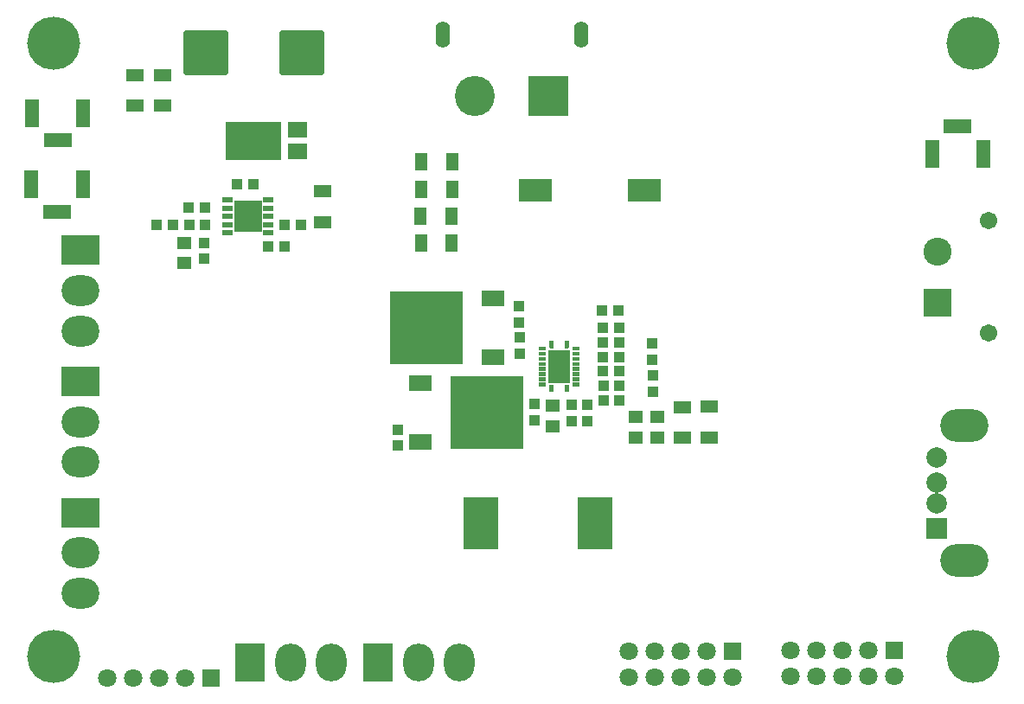
<source format=gbr>
%TF.GenerationSoftware,Altium Limited,Altium Designer,22.5.1 (42)*%
G04 Layer_Color=16711935*
%FSLAX44Y44*%
%MOMM*%
%TF.SameCoordinates,B102F14A-A54C-4FC6-BF91-0F17097562DF*%
%TF.FilePolarity,Negative*%
%TF.FileFunction,Soldermask,Bot*%
%TF.Part,Single*%
G01*
G75*
%TA.AperFunction,SMDPad,CuDef*%
%ADD73R,1.0032X1.0032*%
%ADD74R,1.1020X0.5020*%
%ADD75R,2.7020X3.1020*%
%ADD76R,1.0532X1.0532*%
%ADD77R,1.4532X1.2032*%
%ADD78R,1.0532X1.0532*%
%ADD79R,1.8032X1.2032*%
%ADD80R,5.4700X3.7200*%
%ADD81R,1.9520X1.6020*%
%ADD82R,3.2032X2.2032*%
%ADD83R,1.2032X1.8032*%
%ADD84R,1.0032X1.0032*%
%ADD85R,2.2032X1.6032*%
%ADD86R,7.2032X7.2032*%
%ADD87R,3.4532X5.2032*%
G04:AMPARAMS|DCode=88|XSize=4.4032mm|YSize=4.4032mm|CornerRadius=0.3116mm|HoleSize=0mm|Usage=FLASHONLY|Rotation=180.000|XOffset=0mm|YOffset=0mm|HoleType=Round|Shape=RoundedRectangle|*
%AMROUNDEDRECTD88*
21,1,4.4032,3.7800,0,0,180.0*
21,1,3.7800,4.4032,0,0,180.0*
1,1,0.6232,-1.8900,1.8900*
1,1,0.6232,1.8900,1.8900*
1,1,0.6232,1.8900,-1.8900*
1,1,0.6232,-1.8900,-1.8900*
%
%ADD88ROUNDEDRECTD88*%
%TA.AperFunction,ComponentPad*%
%ADD89R,2.7532X2.7532*%
%ADD90C,2.7532*%
%ADD91C,1.7112*%
%ADD92O,3.7032X3.0032*%
%ADD93R,3.7032X3.0032*%
%ADD94R,2.7032X1.4032*%
%ADD95R,1.4032X2.7032*%
%ADD96C,1.8032*%
%ADD97R,1.8032X1.8032*%
%ADD98C,2.0032*%
%ADD99R,2.0032X2.0032*%
%ADD100O,4.7032X3.2032*%
%ADD101C,3.9192*%
%ADD102R,3.9192X3.9192*%
%ADD103O,1.4032X2.6032*%
%ADD104C,5.2032*%
%ADD105O,3.0032X3.7032*%
%ADD106R,3.0032X3.7032*%
G36*
X53730Y8690D02*
X53750D01*
X53780Y8680D01*
X53800D01*
X53830Y8670D01*
X53850Y8660D01*
X53880Y8650D01*
X53900Y8630D01*
X53920Y8620D01*
X53940Y8600D01*
X53960Y8590D01*
X53980Y8570D01*
X54000Y8550D01*
X54020Y8530D01*
X54040Y8510D01*
X54050Y8490D01*
X54070Y8470D01*
X54080Y8450D01*
X54100Y8430D01*
X54110Y8400D01*
X54120Y8380D01*
X54130Y8350D01*
Y8330D01*
X54140Y8300D01*
Y8280D01*
X54150Y8250D01*
Y8230D01*
Y8200D01*
Y1800D01*
Y1770D01*
Y1750D01*
X54140Y1720D01*
Y1700D01*
X54130Y1670D01*
Y1650D01*
X54120Y1620D01*
X54110Y1600D01*
X54100Y1570D01*
X54080Y1550D01*
X54070Y1530D01*
X54050Y1510D01*
X54040Y1490D01*
X54020Y1470D01*
X54000Y1450D01*
X53980Y1430D01*
X53960Y1410D01*
X53940Y1400D01*
X53920Y1380D01*
X53900Y1370D01*
X53880Y1350D01*
X53850Y1340D01*
X53830Y1330D01*
X53800Y1320D01*
X53780D01*
X53750Y1310D01*
X53730D01*
X53700Y1300D01*
X50800D01*
X50770Y1310D01*
X50750D01*
X50720Y1320D01*
X50700D01*
X50670Y1330D01*
X50650Y1340D01*
X50620Y1350D01*
X50600Y1370D01*
X50580Y1380D01*
X50560Y1400D01*
X50540Y1410D01*
X50520Y1430D01*
X50500Y1450D01*
X50480Y1470D01*
X50460Y1490D01*
X50450Y1510D01*
X50430Y1530D01*
X50420Y1550D01*
X50400Y1570D01*
X50390Y1600D01*
X50380Y1620D01*
X50370Y1650D01*
Y1670D01*
X50360Y1700D01*
Y1720D01*
X50350Y1750D01*
Y1770D01*
Y1800D01*
Y8200D01*
Y8230D01*
Y8250D01*
X50360Y8280D01*
Y8300D01*
X50370Y8330D01*
Y8350D01*
X50380Y8380D01*
X50390Y8400D01*
X50400Y8430D01*
X50420Y8450D01*
X50430Y8470D01*
X50450Y8490D01*
X50460Y8510D01*
X50480Y8530D01*
X50500Y8550D01*
X50520Y8570D01*
X50540Y8590D01*
X50560Y8600D01*
X50580Y8620D01*
X50600Y8630D01*
X50620Y8650D01*
X50650Y8660D01*
X50670Y8670D01*
X50700Y8680D01*
X50720D01*
X50750Y8690D01*
X50770D01*
X50800Y8700D01*
X53700D01*
X53730Y8690D01*
D02*
G37*
G36*
X38730D02*
X38750D01*
X38780Y8680D01*
X38800D01*
X38830Y8670D01*
X38850Y8660D01*
X38880Y8650D01*
X38900Y8630D01*
X38920Y8620D01*
X38940Y8600D01*
X38960Y8590D01*
X38980Y8570D01*
X39000Y8550D01*
X39020Y8530D01*
X39040Y8510D01*
X39050Y8490D01*
X39070Y8470D01*
X39080Y8450D01*
X39100Y8430D01*
X39110Y8400D01*
X39120Y8380D01*
X39130Y8350D01*
Y8330D01*
X39140Y8300D01*
Y8280D01*
X39150Y8250D01*
Y8230D01*
Y8200D01*
Y1800D01*
Y1770D01*
Y1750D01*
X39140Y1720D01*
Y1700D01*
X39130Y1670D01*
Y1650D01*
X39120Y1620D01*
X39110Y1600D01*
X39100Y1570D01*
X39080Y1550D01*
X39070Y1530D01*
X39050Y1510D01*
X39040Y1490D01*
X39020Y1470D01*
X39000Y1450D01*
X38980Y1430D01*
X38960Y1410D01*
X38940Y1400D01*
X38920Y1380D01*
X38900Y1370D01*
X38880Y1350D01*
X38850Y1340D01*
X38830Y1330D01*
X38800Y1320D01*
X38780D01*
X38750Y1310D01*
X38730D01*
X38700Y1300D01*
X35800D01*
X35770Y1310D01*
X35750D01*
X35720Y1320D01*
X35700D01*
X35670Y1330D01*
X35650Y1340D01*
X35620Y1350D01*
X35600Y1370D01*
X35580Y1380D01*
X35560Y1400D01*
X35540Y1410D01*
X35520Y1430D01*
X35500Y1450D01*
X35480Y1470D01*
X35460Y1490D01*
X35450Y1510D01*
X35430Y1530D01*
X35420Y1550D01*
X35400Y1570D01*
X35390Y1600D01*
X35380Y1620D01*
X35370Y1650D01*
Y1670D01*
X35360Y1700D01*
Y1720D01*
X35350Y1750D01*
Y1770D01*
Y1800D01*
Y8200D01*
Y8230D01*
Y8250D01*
X35360Y8280D01*
Y8300D01*
X35370Y8330D01*
Y8350D01*
X35380Y8380D01*
X35390Y8400D01*
X35400Y8430D01*
X35420Y8450D01*
X35430Y8470D01*
X35450Y8490D01*
X35460Y8510D01*
X35480Y8530D01*
X35500Y8550D01*
X35520Y8570D01*
X35540Y8590D01*
X35560Y8600D01*
X35580Y8620D01*
X35600Y8630D01*
X35620Y8650D01*
X35650Y8660D01*
X35670Y8670D01*
X35700Y8680D01*
X35720D01*
X35750Y8690D01*
X35770D01*
X35800Y8700D01*
X38700D01*
X38730Y8690D01*
D02*
G37*
G36*
X64530Y2890D02*
X64550D01*
X64580Y2880D01*
X64600D01*
X64630Y2870D01*
X64650Y2860D01*
X64680Y2850D01*
X64700Y2830D01*
X64720Y2820D01*
X64740Y2800D01*
X64760Y2790D01*
X64780Y2770D01*
X64800Y2750D01*
X64820Y2730D01*
X64840Y2710D01*
X64850Y2690D01*
X64870Y2670D01*
X64880Y2650D01*
X64900Y2630D01*
X64910Y2600D01*
X64920Y2580D01*
X64930Y2550D01*
Y2530D01*
X64940Y2500D01*
Y2480D01*
X64950Y2450D01*
Y2430D01*
Y2400D01*
Y-400D01*
Y-430D01*
Y-450D01*
X64940Y-480D01*
Y-500D01*
X64930Y-530D01*
Y-550D01*
X64920Y-580D01*
X64910Y-600D01*
X64900Y-630D01*
X64880Y-650D01*
X64870Y-670D01*
X64850Y-690D01*
X64840Y-710D01*
X64820Y-730D01*
X64800Y-750D01*
X64780Y-770D01*
X64760Y-790D01*
X64740Y-800D01*
X64720Y-820D01*
X64700Y-830D01*
X64680Y-850D01*
X64650Y-860D01*
X64630Y-870D01*
X64600Y-880D01*
X64580D01*
X64550Y-890D01*
X64530D01*
X64500Y-900D01*
X58000D01*
X57970Y-890D01*
X57950D01*
X57920Y-880D01*
X57900D01*
X57870Y-870D01*
X57850Y-860D01*
X57820Y-850D01*
X57800Y-830D01*
X57780Y-820D01*
X57760Y-800D01*
X57740Y-790D01*
X57720Y-770D01*
X57700Y-750D01*
X57680Y-730D01*
X57660Y-710D01*
X57650Y-690D01*
X57630Y-670D01*
X57620Y-650D01*
X57600Y-630D01*
X57590Y-600D01*
X57580Y-580D01*
X57570Y-550D01*
Y-530D01*
X57560Y-500D01*
Y-480D01*
X57550Y-450D01*
Y-430D01*
Y-400D01*
Y2400D01*
Y2430D01*
Y2450D01*
X57560Y2480D01*
Y2500D01*
X57570Y2530D01*
Y2550D01*
X57580Y2580D01*
X57590Y2600D01*
X57600Y2630D01*
X57620Y2650D01*
X57630Y2670D01*
X57650Y2690D01*
X57660Y2710D01*
X57680Y2730D01*
X57700Y2750D01*
X57720Y2770D01*
X57740Y2790D01*
X57760Y2800D01*
X57780Y2820D01*
X57800Y2830D01*
X57820Y2850D01*
X57850Y2860D01*
X57870Y2870D01*
X57900Y2880D01*
X57920D01*
X57950Y2890D01*
X57970D01*
X58000Y2900D01*
X64500D01*
X64530Y2890D01*
D02*
G37*
G36*
X31530D02*
X31550D01*
X31580Y2880D01*
X31600D01*
X31630Y2870D01*
X31650Y2860D01*
X31680Y2850D01*
X31700Y2830D01*
X31720Y2820D01*
X31740Y2800D01*
X31760Y2790D01*
X31780Y2770D01*
X31800Y2750D01*
X31820Y2730D01*
X31840Y2710D01*
X31850Y2690D01*
X31870Y2670D01*
X31880Y2650D01*
X31900Y2630D01*
X31910Y2600D01*
X31920Y2580D01*
X31930Y2550D01*
Y2530D01*
X31940Y2500D01*
Y2480D01*
X31950Y2450D01*
Y2430D01*
Y2400D01*
Y-400D01*
Y-430D01*
Y-450D01*
X31940Y-480D01*
Y-500D01*
X31930Y-530D01*
Y-550D01*
X31920Y-580D01*
X31910Y-600D01*
X31900Y-630D01*
X31880Y-650D01*
X31870Y-670D01*
X31850Y-690D01*
X31840Y-710D01*
X31820Y-730D01*
X31800Y-750D01*
X31780Y-770D01*
X31760Y-790D01*
X31740Y-800D01*
X31720Y-820D01*
X31700Y-830D01*
X31680Y-850D01*
X31650Y-860D01*
X31630Y-870D01*
X31600Y-880D01*
X31580D01*
X31550Y-890D01*
X31530D01*
X31500Y-900D01*
X25000D01*
X24970Y-890D01*
X24950D01*
X24920Y-880D01*
X24900D01*
X24870Y-870D01*
X24850Y-860D01*
X24820Y-850D01*
X24800Y-830D01*
X24780Y-820D01*
X24760Y-800D01*
X24740Y-790D01*
X24720Y-770D01*
X24700Y-750D01*
X24680Y-730D01*
X24660Y-710D01*
X24650Y-690D01*
X24630Y-670D01*
X24620Y-650D01*
X24600Y-630D01*
X24590Y-600D01*
X24580Y-580D01*
X24570Y-550D01*
Y-530D01*
X24560Y-500D01*
Y-480D01*
X24550Y-450D01*
Y-430D01*
Y-400D01*
Y2400D01*
Y2430D01*
Y2450D01*
X24560Y2480D01*
Y2500D01*
X24570Y2530D01*
Y2550D01*
X24580Y2580D01*
X24590Y2600D01*
X24600Y2630D01*
X24620Y2650D01*
X24630Y2670D01*
X24650Y2690D01*
X24660Y2710D01*
X24680Y2730D01*
X24700Y2750D01*
X24720Y2770D01*
X24740Y2790D01*
X24760Y2800D01*
X24780Y2820D01*
X24800Y2830D01*
X24820Y2850D01*
X24850Y2860D01*
X24870Y2870D01*
X24900Y2880D01*
X24920D01*
X24950Y2890D01*
X24970D01*
X25000Y2900D01*
X31500D01*
X31530Y2890D01*
D02*
G37*
G36*
X64530Y-2110D02*
X64550D01*
X64580Y-2120D01*
X64600D01*
X64630Y-2130D01*
X64650Y-2140D01*
X64680Y-2150D01*
X64700Y-2170D01*
X64720Y-2180D01*
X64740Y-2200D01*
X64760Y-2210D01*
X64780Y-2230D01*
X64800Y-2250D01*
X64820Y-2270D01*
X64840Y-2290D01*
X64850Y-2310D01*
X64870Y-2330D01*
X64880Y-2350D01*
X64900Y-2370D01*
X64910Y-2400D01*
X64920Y-2420D01*
X64930Y-2450D01*
Y-2470D01*
X64940Y-2500D01*
Y-2520D01*
X64950Y-2550D01*
Y-2570D01*
Y-2600D01*
Y-5400D01*
Y-5430D01*
Y-5450D01*
X64940Y-5480D01*
Y-5500D01*
X64930Y-5530D01*
Y-5550D01*
X64920Y-5580D01*
X64910Y-5600D01*
X64900Y-5630D01*
X64880Y-5650D01*
X64870Y-5670D01*
X64850Y-5690D01*
X64840Y-5710D01*
X64820Y-5730D01*
X64800Y-5750D01*
X64780Y-5770D01*
X64760Y-5790D01*
X64740Y-5800D01*
X64720Y-5820D01*
X64700Y-5830D01*
X64680Y-5850D01*
X64650Y-5860D01*
X64630Y-5870D01*
X64600Y-5880D01*
X64580D01*
X64550Y-5890D01*
X64530D01*
X64500Y-5900D01*
X58000D01*
X57970Y-5890D01*
X57950D01*
X57920Y-5880D01*
X57900D01*
X57870Y-5870D01*
X57850Y-5860D01*
X57820Y-5850D01*
X57800Y-5830D01*
X57780Y-5820D01*
X57760Y-5800D01*
X57740Y-5790D01*
X57720Y-5770D01*
X57700Y-5750D01*
X57680Y-5730D01*
X57660Y-5710D01*
X57650Y-5690D01*
X57630Y-5670D01*
X57620Y-5650D01*
X57600Y-5630D01*
X57590Y-5600D01*
X57580Y-5580D01*
X57570Y-5550D01*
Y-5530D01*
X57560Y-5500D01*
Y-5480D01*
X57550Y-5450D01*
Y-5430D01*
Y-5400D01*
Y-2600D01*
Y-2570D01*
Y-2550D01*
X57560Y-2520D01*
Y-2500D01*
X57570Y-2470D01*
Y-2450D01*
X57580Y-2420D01*
X57590Y-2400D01*
X57600Y-2370D01*
X57620Y-2350D01*
X57630Y-2330D01*
X57650Y-2310D01*
X57660Y-2290D01*
X57680Y-2270D01*
X57700Y-2250D01*
X57720Y-2230D01*
X57740Y-2210D01*
X57760Y-2200D01*
X57780Y-2180D01*
X57800Y-2170D01*
X57820Y-2150D01*
X57850Y-2140D01*
X57870Y-2130D01*
X57900Y-2120D01*
X57920D01*
X57950Y-2110D01*
X57970D01*
X58000Y-2100D01*
X64500D01*
X64530Y-2110D01*
D02*
G37*
G36*
X31530D02*
X31550D01*
X31580Y-2120D01*
X31600D01*
X31630Y-2130D01*
X31650Y-2140D01*
X31680Y-2150D01*
X31700Y-2170D01*
X31720Y-2180D01*
X31740Y-2200D01*
X31760Y-2210D01*
X31780Y-2230D01*
X31800Y-2250D01*
X31820Y-2270D01*
X31840Y-2290D01*
X31850Y-2310D01*
X31870Y-2330D01*
X31880Y-2350D01*
X31900Y-2370D01*
X31910Y-2400D01*
X31920Y-2420D01*
X31930Y-2450D01*
Y-2470D01*
X31940Y-2500D01*
Y-2520D01*
X31950Y-2550D01*
Y-2570D01*
Y-2600D01*
Y-5400D01*
Y-5430D01*
Y-5450D01*
X31940Y-5480D01*
Y-5500D01*
X31930Y-5530D01*
Y-5550D01*
X31920Y-5580D01*
X31910Y-5600D01*
X31900Y-5630D01*
X31880Y-5650D01*
X31870Y-5670D01*
X31850Y-5690D01*
X31840Y-5710D01*
X31820Y-5730D01*
X31800Y-5750D01*
X31780Y-5770D01*
X31760Y-5790D01*
X31740Y-5800D01*
X31720Y-5820D01*
X31700Y-5830D01*
X31680Y-5850D01*
X31650Y-5860D01*
X31630Y-5870D01*
X31600Y-5880D01*
X31580D01*
X31550Y-5890D01*
X31530D01*
X31500Y-5900D01*
X25000D01*
X24970Y-5890D01*
X24950D01*
X24920Y-5880D01*
X24900D01*
X24870Y-5870D01*
X24850Y-5860D01*
X24820Y-5850D01*
X24800Y-5830D01*
X24780Y-5820D01*
X24760Y-5800D01*
X24740Y-5790D01*
X24720Y-5770D01*
X24700Y-5750D01*
X24680Y-5730D01*
X24660Y-5710D01*
X24650Y-5690D01*
X24630Y-5670D01*
X24620Y-5650D01*
X24600Y-5630D01*
X24590Y-5600D01*
X24580Y-5580D01*
X24570Y-5550D01*
Y-5530D01*
X24560Y-5500D01*
Y-5480D01*
X24550Y-5450D01*
Y-5430D01*
Y-5400D01*
Y-2600D01*
Y-2570D01*
Y-2550D01*
X24560Y-2520D01*
Y-2500D01*
X24570Y-2470D01*
Y-2450D01*
X24580Y-2420D01*
X24590Y-2400D01*
X24600Y-2370D01*
X24620Y-2350D01*
X24630Y-2330D01*
X24650Y-2310D01*
X24660Y-2290D01*
X24680Y-2270D01*
X24700Y-2250D01*
X24720Y-2230D01*
X24740Y-2210D01*
X24760Y-2200D01*
X24780Y-2180D01*
X24800Y-2170D01*
X24820Y-2150D01*
X24850Y-2140D01*
X24870Y-2130D01*
X24900Y-2120D01*
X24920D01*
X24950Y-2110D01*
X24970D01*
X25000Y-2100D01*
X31500D01*
X31530Y-2110D01*
D02*
G37*
G36*
X64530Y-7110D02*
X64550D01*
X64580Y-7120D01*
X64600D01*
X64630Y-7130D01*
X64650Y-7140D01*
X64680Y-7150D01*
X64700Y-7170D01*
X64720Y-7180D01*
X64740Y-7200D01*
X64760Y-7210D01*
X64780Y-7230D01*
X64800Y-7250D01*
X64820Y-7270D01*
X64840Y-7290D01*
X64850Y-7310D01*
X64870Y-7330D01*
X64880Y-7350D01*
X64900Y-7370D01*
X64910Y-7400D01*
X64920Y-7420D01*
X64930Y-7450D01*
Y-7470D01*
X64940Y-7500D01*
Y-7520D01*
X64950Y-7550D01*
Y-7570D01*
Y-7600D01*
Y-10400D01*
Y-10430D01*
Y-10450D01*
X64940Y-10480D01*
Y-10500D01*
X64930Y-10530D01*
Y-10550D01*
X64920Y-10580D01*
X64910Y-10600D01*
X64900Y-10630D01*
X64880Y-10650D01*
X64870Y-10670D01*
X64850Y-10690D01*
X64840Y-10710D01*
X64820Y-10730D01*
X64800Y-10750D01*
X64780Y-10770D01*
X64760Y-10790D01*
X64740Y-10800D01*
X64720Y-10820D01*
X64700Y-10830D01*
X64680Y-10850D01*
X64650Y-10860D01*
X64630Y-10870D01*
X64600Y-10880D01*
X64580D01*
X64550Y-10890D01*
X64530D01*
X64500Y-10900D01*
X58000D01*
X57970Y-10890D01*
X57950D01*
X57920Y-10880D01*
X57900D01*
X57870Y-10870D01*
X57850Y-10860D01*
X57820Y-10850D01*
X57800Y-10830D01*
X57780Y-10820D01*
X57760Y-10800D01*
X57740Y-10790D01*
X57720Y-10770D01*
X57700Y-10750D01*
X57680Y-10730D01*
X57660Y-10710D01*
X57650Y-10690D01*
X57630Y-10670D01*
X57620Y-10650D01*
X57600Y-10630D01*
X57590Y-10600D01*
X57580Y-10580D01*
X57570Y-10550D01*
Y-10530D01*
X57560Y-10500D01*
Y-10480D01*
X57550Y-10450D01*
Y-10430D01*
Y-10400D01*
Y-7600D01*
Y-7570D01*
Y-7550D01*
X57560Y-7520D01*
Y-7500D01*
X57570Y-7470D01*
Y-7450D01*
X57580Y-7420D01*
X57590Y-7400D01*
X57600Y-7370D01*
X57620Y-7350D01*
X57630Y-7330D01*
X57650Y-7310D01*
X57660Y-7290D01*
X57680Y-7270D01*
X57700Y-7250D01*
X57720Y-7230D01*
X57740Y-7210D01*
X57760Y-7200D01*
X57780Y-7180D01*
X57800Y-7170D01*
X57820Y-7150D01*
X57850Y-7140D01*
X57870Y-7130D01*
X57900Y-7120D01*
X57920D01*
X57950Y-7110D01*
X57970D01*
X58000Y-7100D01*
X64500D01*
X64530Y-7110D01*
D02*
G37*
G36*
X31530D02*
X31550D01*
X31580Y-7120D01*
X31600D01*
X31630Y-7130D01*
X31650Y-7140D01*
X31680Y-7150D01*
X31700Y-7170D01*
X31720Y-7180D01*
X31740Y-7200D01*
X31760Y-7210D01*
X31780Y-7230D01*
X31800Y-7250D01*
X31820Y-7270D01*
X31840Y-7290D01*
X31850Y-7310D01*
X31870Y-7330D01*
X31880Y-7350D01*
X31900Y-7370D01*
X31910Y-7400D01*
X31920Y-7420D01*
X31930Y-7450D01*
Y-7470D01*
X31940Y-7500D01*
Y-7520D01*
X31950Y-7550D01*
Y-7570D01*
Y-7600D01*
Y-10400D01*
Y-10430D01*
Y-10450D01*
X31940Y-10480D01*
Y-10500D01*
X31930Y-10530D01*
Y-10550D01*
X31920Y-10580D01*
X31910Y-10600D01*
X31900Y-10630D01*
X31880Y-10650D01*
X31870Y-10670D01*
X31850Y-10690D01*
X31840Y-10710D01*
X31820Y-10730D01*
X31800Y-10750D01*
X31780Y-10770D01*
X31760Y-10790D01*
X31740Y-10800D01*
X31720Y-10820D01*
X31700Y-10830D01*
X31680Y-10850D01*
X31650Y-10860D01*
X31630Y-10870D01*
X31600Y-10880D01*
X31580D01*
X31550Y-10890D01*
X31530D01*
X31500Y-10900D01*
X25000D01*
X24970Y-10890D01*
X24950D01*
X24920Y-10880D01*
X24900D01*
X24870Y-10870D01*
X24850Y-10860D01*
X24820Y-10850D01*
X24800Y-10830D01*
X24780Y-10820D01*
X24760Y-10800D01*
X24740Y-10790D01*
X24720Y-10770D01*
X24700Y-10750D01*
X24680Y-10730D01*
X24660Y-10710D01*
X24650Y-10690D01*
X24630Y-10670D01*
X24620Y-10650D01*
X24600Y-10630D01*
X24590Y-10600D01*
X24580Y-10580D01*
X24570Y-10550D01*
Y-10530D01*
X24560Y-10500D01*
Y-10480D01*
X24550Y-10450D01*
Y-10430D01*
Y-10400D01*
Y-7600D01*
Y-7570D01*
Y-7550D01*
X24560Y-7520D01*
Y-7500D01*
X24570Y-7470D01*
Y-7450D01*
X24580Y-7420D01*
X24590Y-7400D01*
X24600Y-7370D01*
X24620Y-7350D01*
X24630Y-7330D01*
X24650Y-7310D01*
X24660Y-7290D01*
X24680Y-7270D01*
X24700Y-7250D01*
X24720Y-7230D01*
X24740Y-7210D01*
X24760Y-7200D01*
X24780Y-7180D01*
X24800Y-7170D01*
X24820Y-7150D01*
X24850Y-7140D01*
X24870Y-7130D01*
X24900Y-7120D01*
X24920D01*
X24950Y-7110D01*
X24970D01*
X25000Y-7100D01*
X31500D01*
X31530Y-7110D01*
D02*
G37*
G36*
X64530Y-12110D02*
X64550D01*
X64580Y-12120D01*
X64600D01*
X64630Y-12130D01*
X64650Y-12140D01*
X64680Y-12150D01*
X64700Y-12170D01*
X64720Y-12180D01*
X64740Y-12200D01*
X64760Y-12210D01*
X64780Y-12230D01*
X64800Y-12250D01*
X64820Y-12270D01*
X64840Y-12290D01*
X64850Y-12310D01*
X64870Y-12330D01*
X64880Y-12350D01*
X64900Y-12370D01*
X64910Y-12400D01*
X64920Y-12420D01*
X64930Y-12450D01*
Y-12470D01*
X64940Y-12500D01*
Y-12520D01*
X64950Y-12550D01*
Y-12570D01*
Y-12600D01*
Y-15400D01*
Y-15430D01*
Y-15450D01*
X64940Y-15480D01*
Y-15500D01*
X64930Y-15530D01*
Y-15550D01*
X64920Y-15580D01*
X64910Y-15600D01*
X64900Y-15630D01*
X64880Y-15650D01*
X64870Y-15670D01*
X64850Y-15690D01*
X64840Y-15710D01*
X64820Y-15730D01*
X64800Y-15750D01*
X64780Y-15770D01*
X64760Y-15790D01*
X64740Y-15800D01*
X64720Y-15820D01*
X64700Y-15830D01*
X64680Y-15850D01*
X64650Y-15860D01*
X64630Y-15870D01*
X64600Y-15880D01*
X64580D01*
X64550Y-15890D01*
X64530D01*
X64500Y-15900D01*
X58000D01*
X57970Y-15890D01*
X57950D01*
X57920Y-15880D01*
X57900D01*
X57870Y-15870D01*
X57850Y-15860D01*
X57820Y-15850D01*
X57800Y-15830D01*
X57780Y-15820D01*
X57760Y-15800D01*
X57740Y-15790D01*
X57720Y-15770D01*
X57700Y-15750D01*
X57680Y-15730D01*
X57660Y-15710D01*
X57650Y-15690D01*
X57630Y-15670D01*
X57620Y-15650D01*
X57600Y-15630D01*
X57590Y-15600D01*
X57580Y-15580D01*
X57570Y-15550D01*
Y-15530D01*
X57560Y-15500D01*
Y-15480D01*
X57550Y-15450D01*
Y-15430D01*
Y-15400D01*
Y-12600D01*
Y-12570D01*
Y-12550D01*
X57560Y-12520D01*
Y-12500D01*
X57570Y-12470D01*
Y-12450D01*
X57580Y-12420D01*
X57590Y-12400D01*
X57600Y-12370D01*
X57620Y-12350D01*
X57630Y-12330D01*
X57650Y-12310D01*
X57660Y-12290D01*
X57680Y-12270D01*
X57700Y-12250D01*
X57720Y-12230D01*
X57740Y-12210D01*
X57760Y-12200D01*
X57780Y-12180D01*
X57800Y-12170D01*
X57820Y-12150D01*
X57850Y-12140D01*
X57870Y-12130D01*
X57900Y-12120D01*
X57920D01*
X57950Y-12110D01*
X57970D01*
X58000Y-12100D01*
X64500D01*
X64530Y-12110D01*
D02*
G37*
G36*
X31530D02*
X31550D01*
X31580Y-12120D01*
X31600D01*
X31630Y-12130D01*
X31650Y-12140D01*
X31680Y-12150D01*
X31700Y-12170D01*
X31720Y-12180D01*
X31740Y-12200D01*
X31760Y-12210D01*
X31780Y-12230D01*
X31800Y-12250D01*
X31820Y-12270D01*
X31840Y-12290D01*
X31850Y-12310D01*
X31870Y-12330D01*
X31880Y-12350D01*
X31900Y-12370D01*
X31910Y-12400D01*
X31920Y-12420D01*
X31930Y-12450D01*
Y-12470D01*
X31940Y-12500D01*
Y-12520D01*
X31950Y-12550D01*
Y-12570D01*
Y-12600D01*
Y-15400D01*
Y-15430D01*
Y-15450D01*
X31940Y-15480D01*
Y-15500D01*
X31930Y-15530D01*
Y-15550D01*
X31920Y-15580D01*
X31910Y-15600D01*
X31900Y-15630D01*
X31880Y-15650D01*
X31870Y-15670D01*
X31850Y-15690D01*
X31840Y-15710D01*
X31820Y-15730D01*
X31800Y-15750D01*
X31780Y-15770D01*
X31760Y-15790D01*
X31740Y-15800D01*
X31720Y-15820D01*
X31700Y-15830D01*
X31680Y-15850D01*
X31650Y-15860D01*
X31630Y-15870D01*
X31600Y-15880D01*
X31580D01*
X31550Y-15890D01*
X31530D01*
X31500Y-15900D01*
X25000D01*
X24970Y-15890D01*
X24950D01*
X24920Y-15880D01*
X24900D01*
X24870Y-15870D01*
X24850Y-15860D01*
X24820Y-15850D01*
X24800Y-15830D01*
X24780Y-15820D01*
X24760Y-15800D01*
X24740Y-15790D01*
X24720Y-15770D01*
X24700Y-15750D01*
X24680Y-15730D01*
X24660Y-15710D01*
X24650Y-15690D01*
X24630Y-15670D01*
X24620Y-15650D01*
X24600Y-15630D01*
X24590Y-15600D01*
X24580Y-15580D01*
X24570Y-15550D01*
Y-15530D01*
X24560Y-15500D01*
Y-15480D01*
X24550Y-15450D01*
Y-15430D01*
Y-15400D01*
Y-12600D01*
Y-12570D01*
Y-12550D01*
X24560Y-12520D01*
Y-12500D01*
X24570Y-12470D01*
Y-12450D01*
X24580Y-12420D01*
X24590Y-12400D01*
X24600Y-12370D01*
X24620Y-12350D01*
X24630Y-12330D01*
X24650Y-12310D01*
X24660Y-12290D01*
X24680Y-12270D01*
X24700Y-12250D01*
X24720Y-12230D01*
X24740Y-12210D01*
X24760Y-12200D01*
X24780Y-12180D01*
X24800Y-12170D01*
X24820Y-12150D01*
X24850Y-12140D01*
X24870Y-12130D01*
X24900Y-12120D01*
X24920D01*
X24950Y-12110D01*
X24970D01*
X25000Y-12100D01*
X31500D01*
X31530Y-12110D01*
D02*
G37*
G36*
X64530Y-17110D02*
X64550D01*
X64580Y-17120D01*
X64600D01*
X64630Y-17130D01*
X64650Y-17140D01*
X64680Y-17150D01*
X64700Y-17170D01*
X64720Y-17180D01*
X64740Y-17200D01*
X64760Y-17210D01*
X64780Y-17230D01*
X64800Y-17250D01*
X64820Y-17270D01*
X64840Y-17290D01*
X64850Y-17310D01*
X64870Y-17330D01*
X64880Y-17350D01*
X64900Y-17370D01*
X64910Y-17400D01*
X64920Y-17420D01*
X64930Y-17450D01*
Y-17470D01*
X64940Y-17500D01*
Y-17520D01*
X64950Y-17550D01*
Y-17570D01*
Y-17600D01*
Y-20400D01*
Y-20430D01*
Y-20450D01*
X64940Y-20480D01*
Y-20500D01*
X64930Y-20530D01*
Y-20550D01*
X64920Y-20580D01*
X64910Y-20600D01*
X64900Y-20630D01*
X64880Y-20650D01*
X64870Y-20670D01*
X64850Y-20690D01*
X64840Y-20710D01*
X64820Y-20730D01*
X64800Y-20750D01*
X64780Y-20770D01*
X64760Y-20790D01*
X64740Y-20800D01*
X64720Y-20820D01*
X64700Y-20830D01*
X64680Y-20850D01*
X64650Y-20860D01*
X64630Y-20870D01*
X64600Y-20880D01*
X64580D01*
X64550Y-20890D01*
X64530D01*
X64500Y-20900D01*
X58000D01*
X57970Y-20890D01*
X57950D01*
X57920Y-20880D01*
X57900D01*
X57870Y-20870D01*
X57850Y-20860D01*
X57820Y-20850D01*
X57800Y-20830D01*
X57780Y-20820D01*
X57760Y-20800D01*
X57740Y-20790D01*
X57720Y-20770D01*
X57700Y-20750D01*
X57680Y-20730D01*
X57660Y-20710D01*
X57650Y-20690D01*
X57630Y-20670D01*
X57620Y-20650D01*
X57600Y-20630D01*
X57590Y-20600D01*
X57580Y-20580D01*
X57570Y-20550D01*
Y-20530D01*
X57560Y-20500D01*
Y-20480D01*
X57550Y-20450D01*
Y-20430D01*
Y-20400D01*
Y-17600D01*
Y-17570D01*
Y-17550D01*
X57560Y-17520D01*
Y-17500D01*
X57570Y-17470D01*
Y-17450D01*
X57580Y-17420D01*
X57590Y-17400D01*
X57600Y-17370D01*
X57620Y-17350D01*
X57630Y-17330D01*
X57650Y-17310D01*
X57660Y-17290D01*
X57680Y-17270D01*
X57700Y-17250D01*
X57720Y-17230D01*
X57740Y-17210D01*
X57760Y-17200D01*
X57780Y-17180D01*
X57800Y-17170D01*
X57820Y-17150D01*
X57850Y-17140D01*
X57870Y-17130D01*
X57900Y-17120D01*
X57920D01*
X57950Y-17110D01*
X57970D01*
X58000Y-17100D01*
X64500D01*
X64530Y-17110D01*
D02*
G37*
G36*
X31530D02*
X31550D01*
X31580Y-17120D01*
X31600D01*
X31630Y-17130D01*
X31650Y-17140D01*
X31680Y-17150D01*
X31700Y-17170D01*
X31720Y-17180D01*
X31740Y-17200D01*
X31760Y-17210D01*
X31780Y-17230D01*
X31800Y-17250D01*
X31820Y-17270D01*
X31840Y-17290D01*
X31850Y-17310D01*
X31870Y-17330D01*
X31880Y-17350D01*
X31900Y-17370D01*
X31910Y-17400D01*
X31920Y-17420D01*
X31930Y-17450D01*
Y-17470D01*
X31940Y-17500D01*
Y-17520D01*
X31950Y-17550D01*
Y-17570D01*
Y-17600D01*
Y-20400D01*
Y-20430D01*
Y-20450D01*
X31940Y-20480D01*
Y-20500D01*
X31930Y-20530D01*
Y-20550D01*
X31920Y-20580D01*
X31910Y-20600D01*
X31900Y-20630D01*
X31880Y-20650D01*
X31870Y-20670D01*
X31850Y-20690D01*
X31840Y-20710D01*
X31820Y-20730D01*
X31800Y-20750D01*
X31780Y-20770D01*
X31760Y-20790D01*
X31740Y-20800D01*
X31720Y-20820D01*
X31700Y-20830D01*
X31680Y-20850D01*
X31650Y-20860D01*
X31630Y-20870D01*
X31600Y-20880D01*
X31580D01*
X31550Y-20890D01*
X31530D01*
X31500Y-20900D01*
X25000D01*
X24970Y-20890D01*
X24950D01*
X24920Y-20880D01*
X24900D01*
X24870Y-20870D01*
X24850Y-20860D01*
X24820Y-20850D01*
X24800Y-20830D01*
X24780Y-20820D01*
X24760Y-20800D01*
X24740Y-20790D01*
X24720Y-20770D01*
X24700Y-20750D01*
X24680Y-20730D01*
X24660Y-20710D01*
X24650Y-20690D01*
X24630Y-20670D01*
X24620Y-20650D01*
X24600Y-20630D01*
X24590Y-20600D01*
X24580Y-20580D01*
X24570Y-20550D01*
Y-20530D01*
X24560Y-20500D01*
Y-20480D01*
X24550Y-20450D01*
Y-20430D01*
Y-20400D01*
Y-17600D01*
Y-17570D01*
Y-17550D01*
X24560Y-17520D01*
Y-17500D01*
X24570Y-17470D01*
Y-17450D01*
X24580Y-17420D01*
X24590Y-17400D01*
X24600Y-17370D01*
X24620Y-17350D01*
X24630Y-17330D01*
X24650Y-17310D01*
X24660Y-17290D01*
X24680Y-17270D01*
X24700Y-17250D01*
X24720Y-17230D01*
X24740Y-17210D01*
X24760Y-17200D01*
X24780Y-17180D01*
X24800Y-17170D01*
X24820Y-17150D01*
X24850Y-17140D01*
X24870Y-17130D01*
X24900Y-17120D01*
X24920D01*
X24950Y-17110D01*
X24970D01*
X25000Y-17100D01*
X31500D01*
X31530Y-17110D01*
D02*
G37*
G36*
X64530Y-22110D02*
X64550D01*
X64580Y-22120D01*
X64600D01*
X64630Y-22130D01*
X64650Y-22140D01*
X64680Y-22150D01*
X64700Y-22170D01*
X64720Y-22180D01*
X64740Y-22200D01*
X64760Y-22210D01*
X64780Y-22230D01*
X64800Y-22250D01*
X64820Y-22270D01*
X64840Y-22290D01*
X64850Y-22310D01*
X64870Y-22330D01*
X64880Y-22350D01*
X64900Y-22370D01*
X64910Y-22400D01*
X64920Y-22420D01*
X64930Y-22450D01*
Y-22470D01*
X64940Y-22500D01*
Y-22520D01*
X64950Y-22550D01*
Y-22570D01*
Y-22600D01*
Y-25400D01*
Y-25430D01*
Y-25450D01*
X64940Y-25480D01*
Y-25500D01*
X64930Y-25530D01*
Y-25550D01*
X64920Y-25580D01*
X64910Y-25600D01*
X64900Y-25630D01*
X64880Y-25650D01*
X64870Y-25670D01*
X64850Y-25690D01*
X64840Y-25710D01*
X64820Y-25730D01*
X64800Y-25750D01*
X64780Y-25770D01*
X64760Y-25790D01*
X64740Y-25800D01*
X64720Y-25820D01*
X64700Y-25830D01*
X64680Y-25850D01*
X64650Y-25860D01*
X64630Y-25870D01*
X64600Y-25880D01*
X64580D01*
X64550Y-25890D01*
X64530D01*
X64500Y-25900D01*
X58000D01*
X57970Y-25890D01*
X57950D01*
X57920Y-25880D01*
X57900D01*
X57870Y-25870D01*
X57850Y-25860D01*
X57820Y-25850D01*
X57800Y-25830D01*
X57780Y-25820D01*
X57760Y-25800D01*
X57740Y-25790D01*
X57720Y-25770D01*
X57700Y-25750D01*
X57680Y-25730D01*
X57660Y-25710D01*
X57650Y-25690D01*
X57630Y-25670D01*
X57620Y-25650D01*
X57600Y-25630D01*
X57590Y-25600D01*
X57580Y-25580D01*
X57570Y-25550D01*
Y-25530D01*
X57560Y-25500D01*
Y-25480D01*
X57550Y-25450D01*
Y-25430D01*
Y-25400D01*
Y-22600D01*
Y-22570D01*
Y-22550D01*
X57560Y-22520D01*
Y-22500D01*
X57570Y-22470D01*
Y-22450D01*
X57580Y-22420D01*
X57590Y-22400D01*
X57600Y-22370D01*
X57620Y-22350D01*
X57630Y-22330D01*
X57650Y-22310D01*
X57660Y-22290D01*
X57680Y-22270D01*
X57700Y-22250D01*
X57720Y-22230D01*
X57740Y-22210D01*
X57760Y-22200D01*
X57780Y-22180D01*
X57800Y-22170D01*
X57820Y-22150D01*
X57850Y-22140D01*
X57870Y-22130D01*
X57900Y-22120D01*
X57920D01*
X57950Y-22110D01*
X57970D01*
X58000Y-22100D01*
X64500D01*
X64530Y-22110D01*
D02*
G37*
G36*
X31530D02*
X31550D01*
X31580Y-22120D01*
X31600D01*
X31630Y-22130D01*
X31650Y-22140D01*
X31680Y-22150D01*
X31700Y-22170D01*
X31720Y-22180D01*
X31740Y-22200D01*
X31760Y-22210D01*
X31780Y-22230D01*
X31800Y-22250D01*
X31820Y-22270D01*
X31840Y-22290D01*
X31850Y-22310D01*
X31870Y-22330D01*
X31880Y-22350D01*
X31900Y-22370D01*
X31910Y-22400D01*
X31920Y-22420D01*
X31930Y-22450D01*
Y-22470D01*
X31940Y-22500D01*
Y-22520D01*
X31950Y-22550D01*
Y-22570D01*
Y-22600D01*
Y-25400D01*
Y-25430D01*
Y-25450D01*
X31940Y-25480D01*
Y-25500D01*
X31930Y-25530D01*
Y-25550D01*
X31920Y-25580D01*
X31910Y-25600D01*
X31900Y-25630D01*
X31880Y-25650D01*
X31870Y-25670D01*
X31850Y-25690D01*
X31840Y-25710D01*
X31820Y-25730D01*
X31800Y-25750D01*
X31780Y-25770D01*
X31760Y-25790D01*
X31740Y-25800D01*
X31720Y-25820D01*
X31700Y-25830D01*
X31680Y-25850D01*
X31650Y-25860D01*
X31630Y-25870D01*
X31600Y-25880D01*
X31580D01*
X31550Y-25890D01*
X31530D01*
X31500Y-25900D01*
X25000D01*
X24970Y-25890D01*
X24950D01*
X24920Y-25880D01*
X24900D01*
X24870Y-25870D01*
X24850Y-25860D01*
X24820Y-25850D01*
X24800Y-25830D01*
X24780Y-25820D01*
X24760Y-25800D01*
X24740Y-25790D01*
X24720Y-25770D01*
X24700Y-25750D01*
X24680Y-25730D01*
X24660Y-25710D01*
X24650Y-25690D01*
X24630Y-25670D01*
X24620Y-25650D01*
X24600Y-25630D01*
X24590Y-25600D01*
X24580Y-25580D01*
X24570Y-25550D01*
Y-25530D01*
X24560Y-25500D01*
Y-25480D01*
X24550Y-25450D01*
Y-25430D01*
Y-25400D01*
Y-22600D01*
Y-22570D01*
Y-22550D01*
X24560Y-22520D01*
Y-22500D01*
X24570Y-22470D01*
Y-22450D01*
X24580Y-22420D01*
X24590Y-22400D01*
X24600Y-22370D01*
X24620Y-22350D01*
X24630Y-22330D01*
X24650Y-22310D01*
X24660Y-22290D01*
X24680Y-22270D01*
X24700Y-22250D01*
X24720Y-22230D01*
X24740Y-22210D01*
X24760Y-22200D01*
X24780Y-22180D01*
X24800Y-22170D01*
X24820Y-22150D01*
X24850Y-22140D01*
X24870Y-22130D01*
X24900Y-22120D01*
X24920D01*
X24950Y-22110D01*
X24970D01*
X25000Y-22100D01*
X31500D01*
X31530Y-22110D01*
D02*
G37*
G36*
X64530Y-27110D02*
X64550D01*
X64580Y-27120D01*
X64600D01*
X64630Y-27130D01*
X64650Y-27140D01*
X64680Y-27150D01*
X64700Y-27170D01*
X64720Y-27180D01*
X64740Y-27200D01*
X64760Y-27210D01*
X64780Y-27230D01*
X64800Y-27250D01*
X64820Y-27270D01*
X64840Y-27290D01*
X64850Y-27310D01*
X64870Y-27330D01*
X64880Y-27350D01*
X64900Y-27370D01*
X64910Y-27400D01*
X64920Y-27420D01*
X64930Y-27450D01*
Y-27470D01*
X64940Y-27500D01*
Y-27520D01*
X64950Y-27550D01*
Y-27570D01*
Y-27600D01*
Y-30400D01*
Y-30430D01*
Y-30450D01*
X64940Y-30480D01*
Y-30500D01*
X64930Y-30530D01*
Y-30550D01*
X64920Y-30580D01*
X64910Y-30600D01*
X64900Y-30630D01*
X64880Y-30650D01*
X64870Y-30670D01*
X64850Y-30690D01*
X64840Y-30710D01*
X64820Y-30730D01*
X64800Y-30750D01*
X64780Y-30770D01*
X64760Y-30790D01*
X64740Y-30800D01*
X64720Y-30820D01*
X64700Y-30830D01*
X64680Y-30850D01*
X64650Y-30860D01*
X64630Y-30870D01*
X64600Y-30880D01*
X64580D01*
X64550Y-30890D01*
X64530D01*
X64500Y-30900D01*
X58000D01*
X57970Y-30890D01*
X57950D01*
X57920Y-30880D01*
X57900D01*
X57870Y-30870D01*
X57850Y-30860D01*
X57820Y-30850D01*
X57800Y-30830D01*
X57780Y-30820D01*
X57760Y-30800D01*
X57740Y-30790D01*
X57720Y-30770D01*
X57700Y-30750D01*
X57680Y-30730D01*
X57660Y-30710D01*
X57650Y-30690D01*
X57630Y-30670D01*
X57620Y-30650D01*
X57600Y-30630D01*
X57590Y-30600D01*
X57580Y-30580D01*
X57570Y-30550D01*
Y-30530D01*
X57560Y-30500D01*
Y-30480D01*
X57550Y-30450D01*
Y-30430D01*
Y-30400D01*
Y-27600D01*
Y-27570D01*
Y-27550D01*
X57560Y-27520D01*
Y-27500D01*
X57570Y-27470D01*
Y-27450D01*
X57580Y-27420D01*
X57590Y-27400D01*
X57600Y-27370D01*
X57620Y-27350D01*
X57630Y-27330D01*
X57650Y-27310D01*
X57660Y-27290D01*
X57680Y-27270D01*
X57700Y-27250D01*
X57720Y-27230D01*
X57740Y-27210D01*
X57760Y-27200D01*
X57780Y-27180D01*
X57800Y-27170D01*
X57820Y-27150D01*
X57850Y-27140D01*
X57870Y-27130D01*
X57900Y-27120D01*
X57920D01*
X57950Y-27110D01*
X57970D01*
X58000Y-27100D01*
X64500D01*
X64530Y-27110D01*
D02*
G37*
G36*
X31530D02*
X31550D01*
X31580Y-27120D01*
X31600D01*
X31630Y-27130D01*
X31650Y-27140D01*
X31680Y-27150D01*
X31700Y-27170D01*
X31720Y-27180D01*
X31740Y-27200D01*
X31760Y-27210D01*
X31780Y-27230D01*
X31800Y-27250D01*
X31820Y-27270D01*
X31840Y-27290D01*
X31850Y-27310D01*
X31870Y-27330D01*
X31880Y-27350D01*
X31900Y-27370D01*
X31910Y-27400D01*
X31920Y-27420D01*
X31930Y-27450D01*
Y-27470D01*
X31940Y-27500D01*
Y-27520D01*
X31950Y-27550D01*
Y-27570D01*
Y-27600D01*
Y-30400D01*
Y-30430D01*
Y-30450D01*
X31940Y-30480D01*
Y-30500D01*
X31930Y-30530D01*
Y-30550D01*
X31920Y-30580D01*
X31910Y-30600D01*
X31900Y-30630D01*
X31880Y-30650D01*
X31870Y-30670D01*
X31850Y-30690D01*
X31840Y-30710D01*
X31820Y-30730D01*
X31800Y-30750D01*
X31780Y-30770D01*
X31760Y-30790D01*
X31740Y-30800D01*
X31720Y-30820D01*
X31700Y-30830D01*
X31680Y-30850D01*
X31650Y-30860D01*
X31630Y-30870D01*
X31600Y-30880D01*
X31580D01*
X31550Y-30890D01*
X31530D01*
X31500Y-30900D01*
X25000D01*
X24970Y-30890D01*
X24950D01*
X24920Y-30880D01*
X24900D01*
X24870Y-30870D01*
X24850Y-30860D01*
X24820Y-30850D01*
X24800Y-30830D01*
X24780Y-30820D01*
X24760Y-30800D01*
X24740Y-30790D01*
X24720Y-30770D01*
X24700Y-30750D01*
X24680Y-30730D01*
X24660Y-30710D01*
X24650Y-30690D01*
X24630Y-30670D01*
X24620Y-30650D01*
X24600Y-30630D01*
X24590Y-30600D01*
X24580Y-30580D01*
X24570Y-30550D01*
Y-30530D01*
X24560Y-30500D01*
Y-30480D01*
X24550Y-30450D01*
Y-30430D01*
Y-30400D01*
Y-27600D01*
Y-27570D01*
Y-27550D01*
X24560Y-27520D01*
Y-27500D01*
X24570Y-27470D01*
Y-27450D01*
X24580Y-27420D01*
X24590Y-27400D01*
X24600Y-27370D01*
X24620Y-27350D01*
X24630Y-27330D01*
X24650Y-27310D01*
X24660Y-27290D01*
X24680Y-27270D01*
X24700Y-27250D01*
X24720Y-27230D01*
X24740Y-27210D01*
X24760Y-27200D01*
X24780Y-27180D01*
X24800Y-27170D01*
X24820Y-27150D01*
X24850Y-27140D01*
X24870Y-27130D01*
X24900Y-27120D01*
X24920D01*
X24950Y-27110D01*
X24970D01*
X25000Y-27100D01*
X31500D01*
X31530Y-27110D01*
D02*
G37*
G36*
X55280Y-560D02*
X55300D01*
X55330Y-570D01*
X55350D01*
X55380Y-580D01*
X55400Y-590D01*
X55430Y-600D01*
X55450Y-620D01*
X55470Y-630D01*
X55490Y-650D01*
X55510Y-660D01*
X55530Y-680D01*
X55550Y-700D01*
X55570Y-720D01*
X55590Y-740D01*
X55600Y-760D01*
X55620Y-780D01*
X55630Y-800D01*
X55650Y-820D01*
X55660Y-850D01*
X55670Y-870D01*
X55680Y-900D01*
Y-920D01*
X55690Y-950D01*
Y-970D01*
X55700Y-1000D01*
Y-1020D01*
Y-1050D01*
Y-31950D01*
Y-31980D01*
Y-32000D01*
X55690Y-32030D01*
Y-32050D01*
X55680Y-32080D01*
Y-32100D01*
X55670Y-32130D01*
X55660Y-32150D01*
X55650Y-32180D01*
X55630Y-32200D01*
X55620Y-32220D01*
X55600Y-32240D01*
X55590Y-32260D01*
X55570Y-32280D01*
X55550Y-32300D01*
X55530Y-32320D01*
X55510Y-32340D01*
X55490Y-32350D01*
X55470Y-32370D01*
X55450Y-32380D01*
X55430Y-32400D01*
X55400Y-32410D01*
X55380Y-32420D01*
X55350Y-32430D01*
X55330D01*
X55300Y-32440D01*
X55280D01*
X55250Y-32450D01*
X34250D01*
X34220Y-32440D01*
X34200D01*
X34170Y-32430D01*
X34150D01*
X34120Y-32420D01*
X34100Y-32410D01*
X34070Y-32400D01*
X34050Y-32380D01*
X34030Y-32370D01*
X34010Y-32350D01*
X33990Y-32340D01*
X33970Y-32320D01*
X33950Y-32300D01*
X33930Y-32280D01*
X33910Y-32260D01*
X33900Y-32240D01*
X33880Y-32220D01*
X33870Y-32200D01*
X33850Y-32180D01*
X33840Y-32150D01*
X33830Y-32130D01*
X33820Y-32100D01*
Y-32080D01*
X33810Y-32050D01*
Y-32030D01*
X33800Y-32000D01*
Y-31980D01*
Y-31950D01*
Y-1050D01*
Y-1020D01*
Y-1000D01*
X33810Y-970D01*
Y-950D01*
X33820Y-920D01*
Y-900D01*
X33830Y-870D01*
X33840Y-850D01*
X33850Y-820D01*
X33870Y-800D01*
X33880Y-780D01*
X33900Y-760D01*
X33910Y-740D01*
X33930Y-720D01*
X33950Y-700D01*
X33970Y-680D01*
X33990Y-660D01*
X34010Y-650D01*
X34030Y-630D01*
X34050Y-620D01*
X34070Y-600D01*
X34100Y-590D01*
X34120Y-580D01*
X34150Y-570D01*
X34170D01*
X34200Y-560D01*
X34220D01*
X34250Y-550D01*
X55250D01*
X55280Y-560D01*
D02*
G37*
G36*
X64530Y-32110D02*
X64550D01*
X64580Y-32120D01*
X64600D01*
X64630Y-32130D01*
X64650Y-32140D01*
X64680Y-32150D01*
X64700Y-32170D01*
X64720Y-32180D01*
X64740Y-32200D01*
X64760Y-32210D01*
X64780Y-32230D01*
X64800Y-32250D01*
X64820Y-32270D01*
X64840Y-32290D01*
X64850Y-32310D01*
X64870Y-32330D01*
X64880Y-32350D01*
X64900Y-32370D01*
X64910Y-32400D01*
X64920Y-32420D01*
X64930Y-32450D01*
Y-32470D01*
X64940Y-32500D01*
Y-32520D01*
X64950Y-32550D01*
Y-32570D01*
Y-32600D01*
Y-35400D01*
Y-35430D01*
Y-35450D01*
X64940Y-35480D01*
Y-35500D01*
X64930Y-35530D01*
Y-35550D01*
X64920Y-35580D01*
X64910Y-35600D01*
X64900Y-35630D01*
X64880Y-35650D01*
X64870Y-35670D01*
X64850Y-35690D01*
X64840Y-35710D01*
X64820Y-35730D01*
X64800Y-35750D01*
X64780Y-35770D01*
X64760Y-35790D01*
X64740Y-35800D01*
X64720Y-35820D01*
X64700Y-35830D01*
X64680Y-35850D01*
X64650Y-35860D01*
X64630Y-35870D01*
X64600Y-35880D01*
X64580D01*
X64550Y-35890D01*
X64530D01*
X64500Y-35900D01*
X58000D01*
X57970Y-35890D01*
X57950D01*
X57920Y-35880D01*
X57900D01*
X57870Y-35870D01*
X57850Y-35860D01*
X57820Y-35850D01*
X57800Y-35830D01*
X57780Y-35820D01*
X57760Y-35800D01*
X57740Y-35790D01*
X57720Y-35770D01*
X57700Y-35750D01*
X57680Y-35730D01*
X57660Y-35710D01*
X57650Y-35690D01*
X57630Y-35670D01*
X57620Y-35650D01*
X57600Y-35630D01*
X57590Y-35600D01*
X57580Y-35580D01*
X57570Y-35550D01*
Y-35530D01*
X57560Y-35500D01*
Y-35480D01*
X57550Y-35450D01*
Y-35430D01*
Y-35400D01*
Y-32600D01*
Y-32570D01*
Y-32550D01*
X57560Y-32520D01*
Y-32500D01*
X57570Y-32470D01*
Y-32450D01*
X57580Y-32420D01*
X57590Y-32400D01*
X57600Y-32370D01*
X57620Y-32350D01*
X57630Y-32330D01*
X57650Y-32310D01*
X57660Y-32290D01*
X57680Y-32270D01*
X57700Y-32250D01*
X57720Y-32230D01*
X57740Y-32210D01*
X57760Y-32200D01*
X57780Y-32180D01*
X57800Y-32170D01*
X57820Y-32150D01*
X57850Y-32140D01*
X57870Y-32130D01*
X57900Y-32120D01*
X57920D01*
X57950Y-32110D01*
X57970D01*
X58000Y-32100D01*
X64500D01*
X64530Y-32110D01*
D02*
G37*
G36*
X31530D02*
X31550D01*
X31580Y-32120D01*
X31600D01*
X31630Y-32130D01*
X31650Y-32140D01*
X31680Y-32150D01*
X31700Y-32170D01*
X31720Y-32180D01*
X31740Y-32200D01*
X31760Y-32210D01*
X31780Y-32230D01*
X31800Y-32250D01*
X31820Y-32270D01*
X31840Y-32290D01*
X31850Y-32310D01*
X31870Y-32330D01*
X31880Y-32350D01*
X31900Y-32370D01*
X31910Y-32400D01*
X31920Y-32420D01*
X31930Y-32450D01*
Y-32470D01*
X31940Y-32500D01*
Y-32520D01*
X31950Y-32550D01*
Y-32570D01*
Y-32600D01*
Y-35400D01*
Y-35430D01*
Y-35450D01*
X31940Y-35480D01*
Y-35500D01*
X31930Y-35530D01*
Y-35550D01*
X31920Y-35580D01*
X31910Y-35600D01*
X31900Y-35630D01*
X31880Y-35650D01*
X31870Y-35670D01*
X31850Y-35690D01*
X31840Y-35710D01*
X31820Y-35730D01*
X31800Y-35750D01*
X31780Y-35770D01*
X31760Y-35790D01*
X31740Y-35800D01*
X31720Y-35820D01*
X31700Y-35830D01*
X31680Y-35850D01*
X31650Y-35860D01*
X31630Y-35870D01*
X31600Y-35880D01*
X31580D01*
X31550Y-35890D01*
X31530D01*
X31500Y-35900D01*
X25000D01*
X24970Y-35890D01*
X24950D01*
X24920Y-35880D01*
X24900D01*
X24870Y-35870D01*
X24850Y-35860D01*
X24820Y-35850D01*
X24800Y-35830D01*
X24780Y-35820D01*
X24760Y-35800D01*
X24740Y-35790D01*
X24720Y-35770D01*
X24700Y-35750D01*
X24680Y-35730D01*
X24660Y-35710D01*
X24650Y-35690D01*
X24630Y-35670D01*
X24620Y-35650D01*
X24600Y-35630D01*
X24590Y-35600D01*
X24580Y-35580D01*
X24570Y-35550D01*
Y-35530D01*
X24560Y-35500D01*
Y-35480D01*
X24550Y-35450D01*
Y-35430D01*
Y-35400D01*
Y-32600D01*
Y-32570D01*
Y-32550D01*
X24560Y-32520D01*
Y-32500D01*
X24570Y-32470D01*
Y-32450D01*
X24580Y-32420D01*
X24590Y-32400D01*
X24600Y-32370D01*
X24620Y-32350D01*
X24630Y-32330D01*
X24650Y-32310D01*
X24660Y-32290D01*
X24680Y-32270D01*
X24700Y-32250D01*
X24720Y-32230D01*
X24740Y-32210D01*
X24760Y-32200D01*
X24780Y-32180D01*
X24800Y-32170D01*
X24820Y-32150D01*
X24850Y-32140D01*
X24870Y-32130D01*
X24900Y-32120D01*
X24920D01*
X24950Y-32110D01*
X24970D01*
X25000Y-32100D01*
X31500D01*
X31530Y-32110D01*
D02*
G37*
G36*
X53730Y-34310D02*
X53750D01*
X53780Y-34320D01*
X53800D01*
X53830Y-34330D01*
X53850Y-34340D01*
X53880Y-34350D01*
X53900Y-34370D01*
X53920Y-34380D01*
X53940Y-34400D01*
X53960Y-34410D01*
X53980Y-34430D01*
X54000Y-34450D01*
X54020Y-34470D01*
X54040Y-34490D01*
X54050Y-34510D01*
X54070Y-34530D01*
X54080Y-34550D01*
X54100Y-34570D01*
X54110Y-34600D01*
X54120Y-34620D01*
X54130Y-34650D01*
Y-34670D01*
X54140Y-34700D01*
Y-34720D01*
X54150Y-34750D01*
Y-34770D01*
Y-34800D01*
Y-41200D01*
Y-41230D01*
Y-41250D01*
X54140Y-41280D01*
Y-41300D01*
X54130Y-41330D01*
Y-41350D01*
X54120Y-41380D01*
X54110Y-41400D01*
X54100Y-41430D01*
X54080Y-41450D01*
X54070Y-41470D01*
X54050Y-41490D01*
X54040Y-41510D01*
X54020Y-41530D01*
X54000Y-41550D01*
X53980Y-41570D01*
X53960Y-41590D01*
X53940Y-41600D01*
X53920Y-41620D01*
X53900Y-41630D01*
X53880Y-41650D01*
X53850Y-41660D01*
X53830Y-41670D01*
X53800Y-41680D01*
X53780D01*
X53750Y-41690D01*
X53730D01*
X53700Y-41700D01*
X50800D01*
X50770Y-41690D01*
X50750D01*
X50720Y-41680D01*
X50700D01*
X50670Y-41670D01*
X50650Y-41660D01*
X50620Y-41650D01*
X50600Y-41630D01*
X50580Y-41620D01*
X50560Y-41600D01*
X50540Y-41590D01*
X50520Y-41570D01*
X50500Y-41550D01*
X50480Y-41530D01*
X50460Y-41510D01*
X50450Y-41490D01*
X50430Y-41470D01*
X50420Y-41450D01*
X50400Y-41430D01*
X50390Y-41400D01*
X50380Y-41380D01*
X50370Y-41350D01*
Y-41330D01*
X50360Y-41300D01*
Y-41280D01*
X50350Y-41250D01*
Y-41230D01*
Y-41200D01*
Y-34800D01*
Y-34770D01*
Y-34750D01*
X50360Y-34720D01*
Y-34700D01*
X50370Y-34670D01*
Y-34650D01*
X50380Y-34620D01*
X50390Y-34600D01*
X50400Y-34570D01*
X50420Y-34550D01*
X50430Y-34530D01*
X50450Y-34510D01*
X50460Y-34490D01*
X50480Y-34470D01*
X50500Y-34450D01*
X50520Y-34430D01*
X50540Y-34410D01*
X50560Y-34400D01*
X50580Y-34380D01*
X50600Y-34370D01*
X50620Y-34350D01*
X50650Y-34340D01*
X50670Y-34330D01*
X50700Y-34320D01*
X50720D01*
X50750Y-34310D01*
X50770D01*
X50800Y-34300D01*
X53700D01*
X53730Y-34310D01*
D02*
G37*
G36*
X38730D02*
X38750D01*
X38780Y-34320D01*
X38800D01*
X38830Y-34330D01*
X38850Y-34340D01*
X38880Y-34350D01*
X38900Y-34370D01*
X38920Y-34380D01*
X38940Y-34400D01*
X38960Y-34410D01*
X38980Y-34430D01*
X39000Y-34450D01*
X39020Y-34470D01*
X39040Y-34490D01*
X39050Y-34510D01*
X39070Y-34530D01*
X39080Y-34550D01*
X39100Y-34570D01*
X39110Y-34600D01*
X39120Y-34620D01*
X39130Y-34650D01*
Y-34670D01*
X39140Y-34700D01*
Y-34720D01*
X39150Y-34750D01*
Y-34770D01*
Y-34800D01*
Y-41200D01*
Y-41230D01*
Y-41250D01*
X39140Y-41280D01*
Y-41300D01*
X39130Y-41330D01*
Y-41350D01*
X39120Y-41380D01*
X39110Y-41400D01*
X39100Y-41430D01*
X39080Y-41450D01*
X39070Y-41470D01*
X39050Y-41490D01*
X39040Y-41510D01*
X39020Y-41530D01*
X39000Y-41550D01*
X38980Y-41570D01*
X38960Y-41590D01*
X38940Y-41600D01*
X38920Y-41620D01*
X38900Y-41630D01*
X38880Y-41650D01*
X38850Y-41660D01*
X38830Y-41670D01*
X38800Y-41680D01*
X38780D01*
X38750Y-41690D01*
X38730D01*
X38700Y-41700D01*
X35800D01*
X35770Y-41690D01*
X35750D01*
X35720Y-41680D01*
X35700D01*
X35670Y-41670D01*
X35650Y-41660D01*
X35620Y-41650D01*
X35600Y-41630D01*
X35580Y-41620D01*
X35560Y-41600D01*
X35540Y-41590D01*
X35520Y-41570D01*
X35500Y-41550D01*
X35480Y-41530D01*
X35460Y-41510D01*
X35450Y-41490D01*
X35430Y-41470D01*
X35420Y-41450D01*
X35400Y-41430D01*
X35390Y-41400D01*
X35380Y-41380D01*
X35370Y-41350D01*
Y-41330D01*
X35360Y-41300D01*
Y-41280D01*
X35350Y-41250D01*
Y-41230D01*
Y-41200D01*
Y-34800D01*
Y-34770D01*
Y-34750D01*
X35360Y-34720D01*
Y-34700D01*
X35370Y-34670D01*
Y-34650D01*
X35380Y-34620D01*
X35390Y-34600D01*
X35400Y-34570D01*
X35420Y-34550D01*
X35430Y-34530D01*
X35450Y-34510D01*
X35460Y-34490D01*
X35480Y-34470D01*
X35500Y-34450D01*
X35520Y-34430D01*
X35540Y-34410D01*
X35560Y-34400D01*
X35580Y-34380D01*
X35600Y-34370D01*
X35620Y-34350D01*
X35650Y-34340D01*
X35670Y-34330D01*
X35700Y-34320D01*
X35720D01*
X35750Y-34310D01*
X35770D01*
X35800Y-34300D01*
X38700D01*
X38730Y-34310D01*
D02*
G37*
D73*
X-254500Y162000D02*
D03*
X-270500D02*
D03*
X-333500Y122250D02*
D03*
X-349500D02*
D03*
X-302250Y139000D02*
D03*
X-318250D02*
D03*
X-224250Y122000D02*
D03*
X-208250D02*
D03*
X87250Y-7500D02*
D03*
X103250D02*
D03*
X87250Y21750D02*
D03*
X103250D02*
D03*
X87250Y-21250D02*
D03*
X103250D02*
D03*
D74*
X-240000Y146500D02*
D03*
Y138500D02*
D03*
Y130500D02*
D03*
Y122500D02*
D03*
Y114500D02*
D03*
X-280000D02*
D03*
Y122500D02*
D03*
Y130500D02*
D03*
Y138500D02*
D03*
Y146500D02*
D03*
D75*
X-260000Y130500D02*
D03*
D76*
X-301750Y122500D02*
D03*
X-317250D02*
D03*
X-240000Y101250D02*
D03*
X-224500D02*
D03*
X103750Y-50000D02*
D03*
X88250D02*
D03*
X87750Y6750D02*
D03*
X103250D02*
D03*
X102500Y38000D02*
D03*
X87000D02*
D03*
X88000Y-35750D02*
D03*
X103500D02*
D03*
D77*
X-322250Y84750D02*
D03*
Y104750D02*
D03*
X38750Y-55250D02*
D03*
Y-75250D02*
D03*
X140500Y-86000D02*
D03*
Y-66000D02*
D03*
X119500Y-86250D02*
D03*
Y-66250D02*
D03*
D78*
X-302750Y89250D02*
D03*
Y104750D02*
D03*
X-113250Y-93750D02*
D03*
Y-78250D02*
D03*
X136250Y-25500D02*
D03*
Y-41000D02*
D03*
D79*
X-370750Y268750D02*
D03*
Y238750D02*
D03*
X-343500Y268750D02*
D03*
Y238750D02*
D03*
X-187250Y154750D02*
D03*
Y124750D02*
D03*
X191500Y-86000D02*
D03*
Y-56000D02*
D03*
X165500Y-86500D02*
D03*
Y-56500D02*
D03*
D80*
X-254500Y204500D02*
D03*
D81*
X-211500Y194000D02*
D03*
Y215000D02*
D03*
D82*
X21750Y156250D02*
D03*
X127750D02*
D03*
D83*
X-60500Y104250D02*
D03*
X-90500D02*
D03*
X-60750Y130500D02*
D03*
X-90750D02*
D03*
X-60000Y157000D02*
D03*
X-90000D02*
D03*
X-60000Y184000D02*
D03*
X-90000D02*
D03*
D84*
X5750Y26500D02*
D03*
Y42500D02*
D03*
X6000Y12000D02*
D03*
Y-4000D02*
D03*
X20250Y-53250D02*
D03*
Y-69250D02*
D03*
X57250Y-54000D02*
D03*
Y-70000D02*
D03*
X72250Y-54000D02*
D03*
Y-70000D02*
D03*
X136000Y6000D02*
D03*
Y-10000D02*
D03*
D85*
X-20250Y-7350D02*
D03*
Y49850D02*
D03*
X-91000Y-32900D02*
D03*
Y-90100D02*
D03*
D86*
X-85250Y21250D02*
D03*
X-26000Y-61500D02*
D03*
D87*
X80250Y-170000D02*
D03*
X-32250D02*
D03*
D88*
X-301250Y290500D02*
D03*
X-207250D02*
D03*
D89*
X415500Y46250D02*
D03*
D90*
Y96250D02*
D03*
D91*
X465500Y16250D02*
D03*
Y126250D02*
D03*
D92*
X-423500Y-238700D02*
D03*
Y-199100D02*
D03*
Y18300D02*
D03*
Y57900D02*
D03*
Y-110200D02*
D03*
Y-70600D02*
D03*
D93*
Y-159500D02*
D03*
Y97500D02*
D03*
Y-31000D02*
D03*
D94*
X-446750Y134500D02*
D03*
X-446000Y204750D02*
D03*
X434750Y218500D02*
D03*
D95*
X-471750Y161500D02*
D03*
X-421750D02*
D03*
X-471000Y231750D02*
D03*
X-421000D02*
D03*
X459750Y191500D02*
D03*
X409750D02*
D03*
D96*
X113300Y-320400D02*
D03*
Y-295000D02*
D03*
X164100Y-320400D02*
D03*
Y-295000D02*
D03*
X214900Y-320400D02*
D03*
X189500D02*
D03*
Y-295000D02*
D03*
X138700D02*
D03*
Y-320400D02*
D03*
X296500Y-319900D02*
D03*
Y-294500D02*
D03*
X347300D02*
D03*
Y-319900D02*
D03*
X372700D02*
D03*
X321900Y-294500D02*
D03*
Y-319900D02*
D03*
X271100Y-294500D02*
D03*
Y-319900D02*
D03*
X-397800Y-321500D02*
D03*
X-347000Y-321500D02*
D03*
X-321600D02*
D03*
X-372400D02*
D03*
D97*
X214900Y-295000D02*
D03*
X372700Y-294500D02*
D03*
X-296200Y-321500D02*
D03*
D98*
X414400Y-130300D02*
D03*
X414400Y-105300D02*
D03*
X414400Y-150300D02*
D03*
D99*
Y-175300D02*
D03*
D100*
X441500Y-206000D02*
D03*
Y-74600D02*
D03*
D101*
X-37500Y248250D02*
D03*
D102*
X34500D02*
D03*
D103*
X-69000Y308250D02*
D03*
X66000D02*
D03*
D104*
X-450000Y300000D02*
D03*
X450000D02*
D03*
X-450000Y-300000D02*
D03*
X450000D02*
D03*
D105*
X-218250Y-306250D02*
D03*
X-178650D02*
D03*
X-92750Y-306500D02*
D03*
X-53150D02*
D03*
D106*
X-257850Y-306250D02*
D03*
X-132350Y-306500D02*
D03*
%TF.MD5,250bb0cf9b43ca9810001066e2acd88c*%
M02*

</source>
